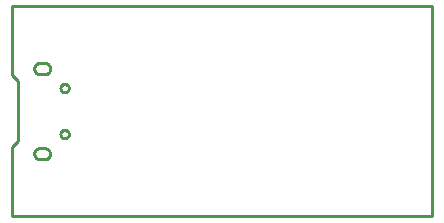
<source format=gbr>
G04 EAGLE Gerber RS-274X export*
G75*
%MOMM*%
%FSLAX34Y34*%
%LPD*%
%IN*%
%IPPOS*%
%AMOC8*
5,1,8,0,0,1.08239X$1,22.5*%
G01*
%ADD10C,0.254000*%


D10*
X0Y0D02*
X355600Y0D01*
X355600Y177800D01*
X0Y177800D01*
X0Y119380D01*
X5080Y114300D01*
X5080Y63500D01*
X0Y58420D01*
X0Y0D01*
X18950Y52900D02*
X18922Y52549D01*
X18924Y52198D01*
X18957Y51848D01*
X19020Y51502D01*
X19113Y51163D01*
X19236Y50833D01*
X19387Y50515D01*
X19564Y50212D01*
X19768Y49925D01*
X19996Y49657D01*
X20246Y49410D01*
X20517Y49186D01*
X20806Y48986D01*
X21112Y48812D01*
X21432Y48666D01*
X21763Y48548D01*
X22103Y48459D01*
X22450Y48400D01*
X28450Y48400D01*
X28797Y48459D01*
X29137Y48548D01*
X29468Y48666D01*
X29788Y48812D01*
X30094Y48986D01*
X30383Y49186D01*
X30654Y49410D01*
X30904Y49657D01*
X31132Y49925D01*
X31336Y50212D01*
X31513Y50515D01*
X31664Y50833D01*
X31787Y51163D01*
X31880Y51502D01*
X31943Y51848D01*
X31976Y52198D01*
X31978Y52549D01*
X31950Y52900D01*
X31978Y53251D01*
X31976Y53602D01*
X31943Y53952D01*
X31880Y54298D01*
X31787Y54637D01*
X31664Y54967D01*
X31513Y55285D01*
X31336Y55588D01*
X31132Y55875D01*
X30904Y56143D01*
X30654Y56390D01*
X30383Y56614D01*
X30094Y56814D01*
X29788Y56988D01*
X29468Y57134D01*
X29137Y57252D01*
X28797Y57341D01*
X28450Y57400D01*
X22450Y57400D01*
X22103Y57341D01*
X21763Y57252D01*
X21432Y57134D01*
X21112Y56988D01*
X20806Y56814D01*
X20517Y56614D01*
X20246Y56390D01*
X19996Y56143D01*
X19768Y55875D01*
X19564Y55588D01*
X19387Y55285D01*
X19236Y54967D01*
X19113Y54637D01*
X19020Y54298D01*
X18957Y53952D01*
X18924Y53602D01*
X18922Y53251D01*
X18950Y52900D01*
X18950Y123900D02*
X18986Y123574D01*
X19050Y123253D01*
X19142Y122938D01*
X19262Y122633D01*
X19407Y122339D01*
X19577Y122059D01*
X19772Y121794D01*
X19988Y121548D01*
X20225Y121322D01*
X20481Y121117D01*
X20754Y120935D01*
X21042Y120777D01*
X21342Y120646D01*
X21652Y120541D01*
X21971Y120463D01*
X22295Y120414D01*
X22622Y120392D01*
X22950Y120400D01*
X28450Y120400D01*
X28755Y120413D01*
X29058Y120453D01*
X29356Y120519D01*
X29647Y120611D01*
X29929Y120728D01*
X30200Y120869D01*
X30458Y121033D01*
X30700Y121219D01*
X30925Y121425D01*
X31131Y121650D01*
X31317Y121892D01*
X31481Y122150D01*
X31622Y122421D01*
X31739Y122703D01*
X31831Y122994D01*
X31897Y123292D01*
X31937Y123595D01*
X31950Y123900D01*
X31950Y125900D01*
X31937Y126205D01*
X31897Y126508D01*
X31831Y126806D01*
X31739Y127097D01*
X31622Y127379D01*
X31481Y127650D01*
X31317Y127908D01*
X31131Y128150D01*
X30925Y128375D01*
X30700Y128581D01*
X30458Y128767D01*
X30200Y128931D01*
X29929Y129072D01*
X29647Y129189D01*
X29356Y129281D01*
X29058Y129347D01*
X28755Y129387D01*
X28450Y129400D01*
X22950Y129400D01*
X22622Y129408D01*
X22295Y129386D01*
X21971Y129337D01*
X21652Y129259D01*
X21342Y129154D01*
X21042Y129023D01*
X20754Y128865D01*
X20481Y128683D01*
X20225Y128478D01*
X19988Y128252D01*
X19772Y128006D01*
X19577Y127742D01*
X19407Y127461D01*
X19262Y127168D01*
X19142Y126862D01*
X19050Y126547D01*
X18986Y126226D01*
X18950Y125900D01*
X18950Y123900D01*
X44221Y104900D02*
X43766Y104960D01*
X43323Y105079D01*
X42899Y105254D01*
X42501Y105484D01*
X42137Y105763D01*
X41813Y106087D01*
X41534Y106451D01*
X41304Y106849D01*
X41129Y107273D01*
X41010Y107716D01*
X40950Y108171D01*
X40950Y108629D01*
X41010Y109084D01*
X41129Y109527D01*
X41304Y109951D01*
X41534Y110349D01*
X41813Y110713D01*
X42137Y111037D01*
X42501Y111316D01*
X42899Y111546D01*
X43323Y111721D01*
X43766Y111840D01*
X44221Y111900D01*
X44679Y111900D01*
X45134Y111840D01*
X45577Y111721D01*
X46001Y111546D01*
X46399Y111316D01*
X46763Y111037D01*
X47087Y110713D01*
X47366Y110349D01*
X47596Y109951D01*
X47771Y109527D01*
X47890Y109084D01*
X47950Y108629D01*
X47950Y108171D01*
X47890Y107716D01*
X47771Y107273D01*
X47596Y106849D01*
X47366Y106451D01*
X47087Y106087D01*
X46763Y105763D01*
X46399Y105484D01*
X46001Y105254D01*
X45577Y105079D01*
X45134Y104960D01*
X44679Y104900D01*
X44221Y104900D01*
X44221Y65900D02*
X43766Y65960D01*
X43323Y66079D01*
X42899Y66254D01*
X42501Y66484D01*
X42137Y66763D01*
X41813Y67087D01*
X41534Y67451D01*
X41304Y67849D01*
X41129Y68273D01*
X41010Y68716D01*
X40950Y69171D01*
X40950Y69629D01*
X41010Y70084D01*
X41129Y70527D01*
X41304Y70951D01*
X41534Y71349D01*
X41813Y71713D01*
X42137Y72037D01*
X42501Y72316D01*
X42899Y72546D01*
X43323Y72721D01*
X43766Y72840D01*
X44221Y72900D01*
X44679Y72900D01*
X45134Y72840D01*
X45577Y72721D01*
X46001Y72546D01*
X46399Y72316D01*
X46763Y72037D01*
X47087Y71713D01*
X47366Y71349D01*
X47596Y70951D01*
X47771Y70527D01*
X47890Y70084D01*
X47950Y69629D01*
X47950Y69171D01*
X47890Y68716D01*
X47771Y68273D01*
X47596Y67849D01*
X47366Y67451D01*
X47087Y67087D01*
X46763Y66763D01*
X46399Y66484D01*
X46001Y66254D01*
X45577Y66079D01*
X45134Y65960D01*
X44679Y65900D01*
X44221Y65900D01*
M02*

</source>
